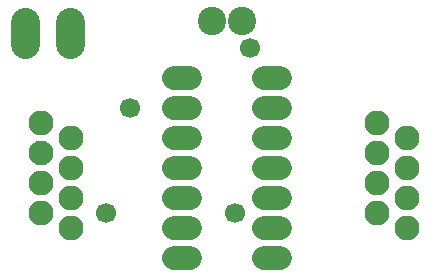
<source format=gbr>
%FSLAX34Y34*%
%MOMM*%
%LNSOLDERMASK_BOTTOM*%
G71*
G01*
%ADD10C,2.000*%
%ADD11C,2.120*%
%ADD12C,2.100*%
%ADD13C,1.700*%
%ADD14C,2.480*%
%ADD15C,2.400*%
%LPD*%
G54D10*
X292325Y927345D02*
X278325Y927345D01*
G54D10*
X292325Y901945D02*
X278325Y901945D01*
G54D10*
X292325Y876545D02*
X278325Y876545D01*
G54D10*
X292325Y851145D02*
X278325Y851145D01*
G54D10*
X292325Y825745D02*
X278325Y825745D01*
G54D10*
X292325Y800345D02*
X278325Y800345D01*
G54D10*
X292325Y774945D02*
X278325Y774945D01*
G54D10*
X368525Y774945D02*
X354525Y774945D01*
G54D10*
X368525Y800345D02*
X354525Y800345D01*
G54D10*
X368525Y825745D02*
X354525Y825745D01*
G54D10*
X368525Y851145D02*
X354525Y851145D01*
G54D10*
X368525Y876545D02*
X354525Y876545D01*
G54D10*
X368525Y901945D02*
X354525Y901945D01*
G54D10*
X368525Y927345D02*
X354525Y927345D01*
X191720Y800150D02*
G54D11*
D03*
X166320Y812850D02*
G54D11*
D03*
X191720Y825550D02*
G54D11*
D03*
X166320Y838250D02*
G54D11*
D03*
X191720Y850950D02*
G54D11*
D03*
X166320Y863650D02*
G54D12*
D03*
X191720Y876350D02*
G54D11*
D03*
X166320Y889050D02*
G54D11*
D03*
X476200Y876250D02*
G54D11*
D03*
X450800Y863550D02*
G54D11*
D03*
X476200Y850850D02*
G54D11*
D03*
X450800Y838150D02*
G54D11*
D03*
X476200Y825450D02*
G54D11*
D03*
X450800Y812750D02*
G54D11*
D03*
X476200Y800050D02*
G54D11*
D03*
X330200Y812800D02*
G54D13*
D03*
X241300Y901700D02*
G54D13*
D03*
X221420Y812850D02*
G54D13*
D03*
G54D14*
X152400Y974600D02*
X152400Y955800D01*
G54D14*
X190500Y974600D02*
X190500Y955800D01*
X450800Y888950D02*
G54D11*
D03*
X311150Y975360D02*
G54D15*
D03*
X336550Y975360D02*
G54D15*
D03*
X342900Y952500D02*
G54D13*
D03*
M02*

</source>
